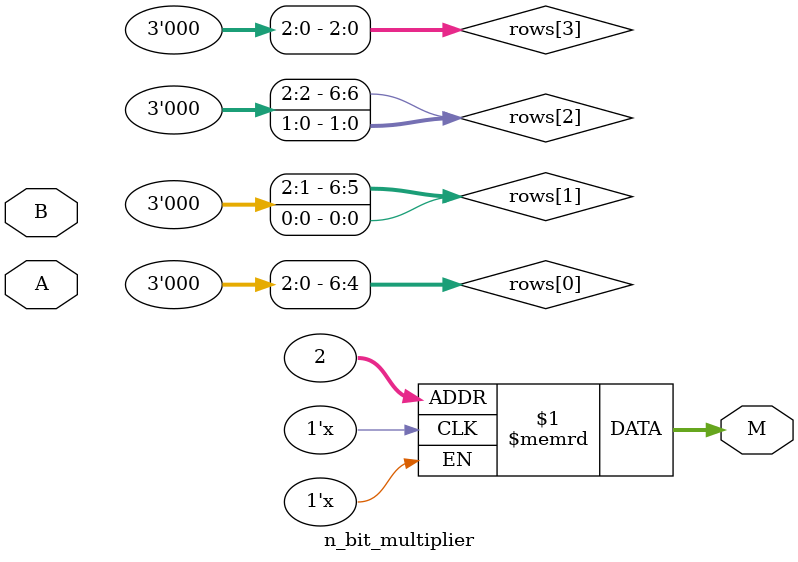
<source format=sv>
module n_bit_multiplier #(parameter N = 4) (
	input logic [N-1:0] A,
	input logic [N-1:0] B,
	output logic [2*N-1:0] M
);
	
	logic [2*N-1:0] partial_sums [N-2:0];
	logic [2*N-2:0] rows [N-1:0];
	
	generate
		genvar i, j;
		for (i = 0; i < N; i++) begin : loop1
			for (j = 0; j < 2*N-1; j++) begin : loop2
				if (j < i || j > i + N - 1)
					assign rows[i][j] = 0;
				else
					assign rows[i][j] = A[j-i] & B[i];
			end
		end
	endgenerate
	
	generate
		genvar k;
		for (k = 0; k < N - 1; k++) begin : loop3
			n_bit_adder #(.N(2*N-1)) adder1 (
				.A((k == 0) ? rows[k] : partial_sums[k - 1]),
				.B(rows[k + 1]),
				.S(partial_sums[k])
			);
		end
	endgenerate
	
	assign M = partial_sums[N-2];
endmodule

</source>
